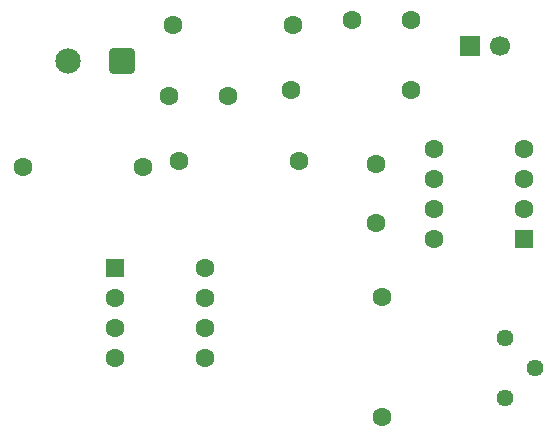
<source format=gbr>
%TF.GenerationSoftware,KiCad,Pcbnew,9.0.6*%
%TF.CreationDate,2025-11-19T17:39:34+05:30*%
%TF.ProjectId,ctd_project,6374645f-7072-46f6-9a65-63742e6b6963,rev?*%
%TF.SameCoordinates,Original*%
%TF.FileFunction,Copper,L1,Top*%
%TF.FilePolarity,Positive*%
%FSLAX46Y46*%
G04 Gerber Fmt 4.6, Leading zero omitted, Abs format (unit mm)*
G04 Created by KiCad (PCBNEW 9.0.6) date 2025-11-19 17:39:34*
%MOMM*%
%LPD*%
G01*
G04 APERTURE LIST*
G04 Aperture macros list*
%AMRoundRect*
0 Rectangle with rounded corners*
0 $1 Rounding radius*
0 $2 $3 $4 $5 $6 $7 $8 $9 X,Y pos of 4 corners*
0 Add a 4 corners polygon primitive as box body*
4,1,4,$2,$3,$4,$5,$6,$7,$8,$9,$2,$3,0*
0 Add four circle primitives for the rounded corners*
1,1,$1+$1,$2,$3*
1,1,$1+$1,$4,$5*
1,1,$1+$1,$6,$7*
1,1,$1+$1,$8,$9*
0 Add four rect primitives between the rounded corners*
20,1,$1+$1,$2,$3,$4,$5,0*
20,1,$1+$1,$4,$5,$6,$7,0*
20,1,$1+$1,$6,$7,$8,$9,0*
20,1,$1+$1,$8,$9,$2,$3,0*%
G04 Aperture macros list end*
%TA.AperFunction,ComponentPad*%
%ADD10R,1.700000X1.700000*%
%TD*%
%TA.AperFunction,ComponentPad*%
%ADD11C,1.700000*%
%TD*%
%TA.AperFunction,ComponentPad*%
%ADD12RoundRect,0.250000X0.825000X0.825000X-0.825000X0.825000X-0.825000X-0.825000X0.825000X-0.825000X0*%
%TD*%
%TA.AperFunction,ComponentPad*%
%ADD13C,2.150000*%
%TD*%
%TA.AperFunction,ComponentPad*%
%ADD14C,1.600000*%
%TD*%
%TA.AperFunction,ComponentPad*%
%ADD15C,1.440000*%
%TD*%
%TA.AperFunction,ComponentPad*%
%ADD16RoundRect,0.250000X0.550000X0.550000X-0.550000X0.550000X-0.550000X-0.550000X0.550000X-0.550000X0*%
%TD*%
%TA.AperFunction,ComponentPad*%
%ADD17RoundRect,0.250000X-0.550000X-0.550000X0.550000X-0.550000X0.550000X0.550000X-0.550000X0.550000X0*%
%TD*%
G04 APERTURE END LIST*
D10*
%TO.P,J1,1,Pin_1*%
%TO.N,/vout*%
X170960000Y-84250000D03*
D11*
%TO.P,J1,2,Pin_2*%
%TO.N,GND*%
X173500000Y-84250000D03*
%TD*%
D12*
%TO.P,J3,1,Pin_1*%
%TO.N,/vin*%
X141500000Y-85500000D03*
D13*
%TO.P,J3,2,Pin_2*%
%TO.N,GND*%
X136900000Y-85500000D03*
%TD*%
D14*
%TO.P,C2,1*%
%TO.N,Net-(U2-+)*%
X163000000Y-94250000D03*
%TO.P,C2,2*%
%TO.N,GND*%
X163000000Y-99250000D03*
%TD*%
D15*
%TO.P,RV1,1,1*%
%TO.N,/vout*%
X173960000Y-114040000D03*
%TO.P,RV1,2,2*%
%TO.N,Net-(U2--)*%
X176500000Y-111500000D03*
%TO.P,RV1,3,3*%
X173960000Y-108960000D03*
%TD*%
D16*
%TO.P,U2,1,NULL*%
%TO.N,unconnected-(U2-NULL-Pad1)*%
X175500000Y-100620000D03*
D14*
%TO.P,U2,2,-*%
%TO.N,Net-(U2--)*%
X175500000Y-98080000D03*
%TO.P,U2,3,+*%
%TO.N,Net-(U2-+)*%
X175500000Y-95540000D03*
%TO.P,U2,4,V-*%
%TO.N,VEE*%
X175500000Y-93000000D03*
%TO.P,U2,5,NULL*%
%TO.N,unconnected-(U2-NULL-Pad5)*%
X167880000Y-93000000D03*
%TO.P,U2,6*%
%TO.N,/vout*%
X167880000Y-95540000D03*
%TO.P,U2,7,V+*%
%TO.N,VCC*%
X167880000Y-98080000D03*
%TO.P,U2,8,NC*%
%TO.N,unconnected-(U2-NC-Pad8)*%
X167880000Y-100620000D03*
%TD*%
%TO.P,R2,1*%
%TO.N,Net-(U2-+)*%
X166000000Y-88000000D03*
%TO.P,R2,2*%
%TO.N,Net-(C1-Pad1)*%
X155840000Y-88000000D03*
%TD*%
%TO.P,R4,1*%
%TO.N,Net-(U2--)*%
X163500000Y-105500000D03*
%TO.P,R4,2*%
%TO.N,GND*%
X163500000Y-115660000D03*
%TD*%
%TO.P,C1,1*%
%TO.N,Net-(C1-Pad1)*%
X161000000Y-82000000D03*
%TO.P,C1,2*%
%TO.N,/vout*%
X166000000Y-82000000D03*
%TD*%
D17*
%TO.P,U1,1,NULL*%
%TO.N,unconnected-(U1-NULL-Pad1)*%
X140880000Y-103000000D03*
D14*
%TO.P,U1,2,-*%
%TO.N,Net-(U1--)*%
X140880000Y-105540000D03*
%TO.P,U1,3,+*%
%TO.N,GND*%
X140880000Y-108080000D03*
%TO.P,U1,4,V-*%
%TO.N,VEE*%
X140880000Y-110620000D03*
%TO.P,U1,5,NULL*%
%TO.N,unconnected-(U1-NULL-Pad5)*%
X148500000Y-110620000D03*
%TO.P,U1,6*%
%TO.N,Net-(C3-Pad2)*%
X148500000Y-108080000D03*
%TO.P,U1,7,V+*%
%TO.N,VCC*%
X148500000Y-105540000D03*
%TO.P,U1,8,NC*%
%TO.N,unconnected-(U1-NC-Pad8)*%
X148500000Y-103000000D03*
%TD*%
%TO.P,R5,1*%
%TO.N,/vin*%
X133090000Y-94500000D03*
%TO.P,R5,2*%
%TO.N,Net-(U1--)*%
X143250000Y-94500000D03*
%TD*%
%TO.P,R6,1*%
%TO.N,Net-(U1--)*%
X145840000Y-82500000D03*
%TO.P,R6,2*%
%TO.N,Net-(C3-Pad2)*%
X156000000Y-82500000D03*
%TD*%
%TO.P,R1,1*%
%TO.N,Net-(C1-Pad1)*%
X156500000Y-94000000D03*
%TO.P,R1,2*%
%TO.N,Net-(C3-Pad2)*%
X146340000Y-94000000D03*
%TD*%
%TO.P,C3,1*%
%TO.N,Net-(U1--)*%
X145500000Y-88500000D03*
%TO.P,C3,2*%
%TO.N,Net-(C3-Pad2)*%
X150500000Y-88500000D03*
%TD*%
M02*

</source>
